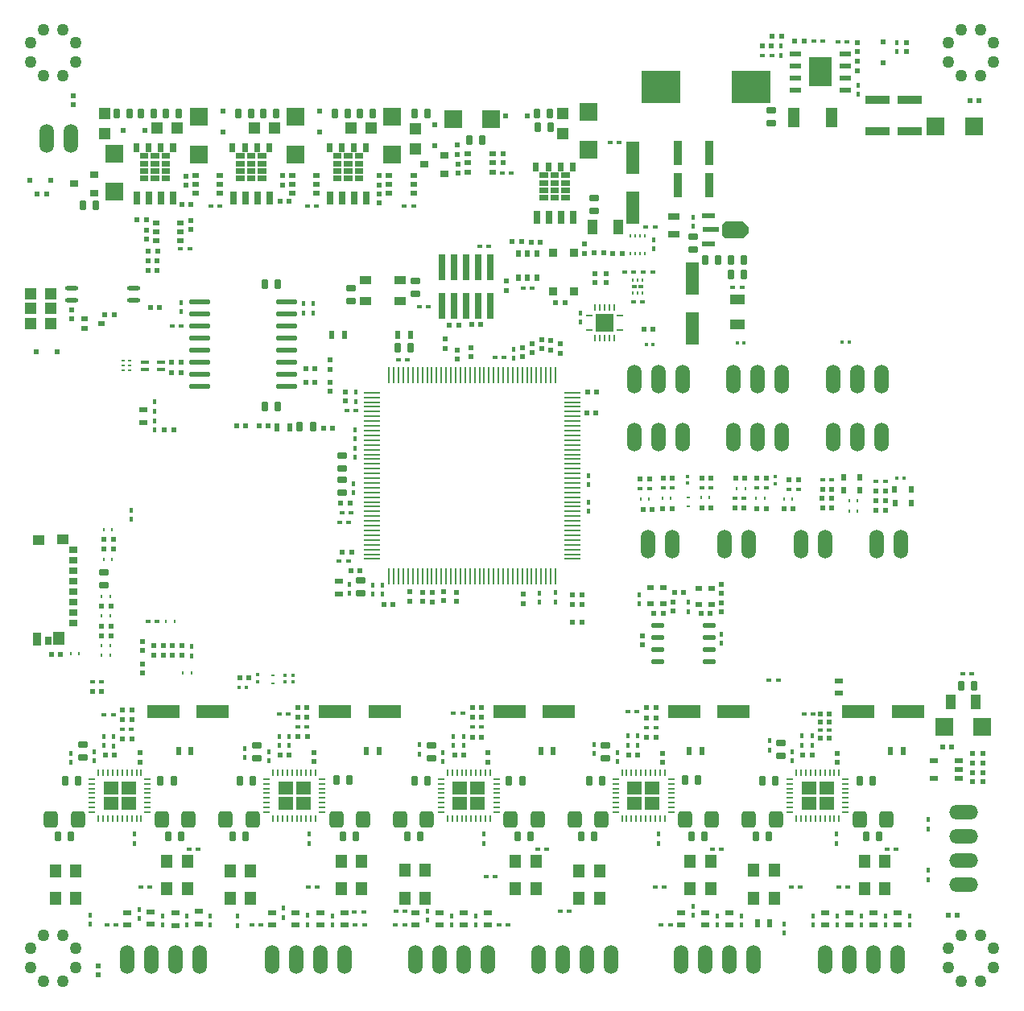
<source format=gtp>
G04*
G04 #@! TF.GenerationSoftware,Altium Limited,Altium Designer,18.1.9 (240)*
G04*
G04 Layer_Color=8421504*
%FSLAX25Y25*%
%MOIN*%
G70*
G01*
G75*
%ADD42O,0.05900X0.11900*%
%ADD43R,0.06181X0.05276*%
%ADD44O,0.11900X0.05900*%
%ADD45R,0.02359X0.01181*%
%ADD46R,0.01201X0.01024*%
%ADD47R,0.01454X0.01454*%
G04:AMPARAMS|DCode=48|XSize=20mil|YSize=22mil|CornerRadius=3.4mil|HoleSize=0mil|Usage=FLASHONLY|Rotation=180.000|XOffset=0mil|YOffset=0mil|HoleType=Round|Shape=RoundedRectangle|*
%AMROUNDEDRECTD48*
21,1,0.02000,0.01520,0,0,180.0*
21,1,0.01320,0.02200,0,0,180.0*
1,1,0.00680,-0.00660,0.00760*
1,1,0.00680,0.00660,0.00760*
1,1,0.00680,0.00660,-0.00760*
1,1,0.00680,-0.00660,-0.00760*
%
%ADD48ROUNDEDRECTD48*%
%ADD49R,0.01454X0.01454*%
%ADD50R,0.00984X0.01378*%
G04:AMPARAMS|DCode=51|XSize=20mil|YSize=22mil|CornerRadius=3.4mil|HoleSize=0mil|Usage=FLASHONLY|Rotation=90.000|XOffset=0mil|YOffset=0mil|HoleType=Round|Shape=RoundedRectangle|*
%AMROUNDEDRECTD51*
21,1,0.02000,0.01520,0,0,90.0*
21,1,0.01320,0.02200,0,0,90.0*
1,1,0.00680,0.00760,0.00660*
1,1,0.00680,0.00760,-0.00660*
1,1,0.00680,-0.00760,-0.00660*
1,1,0.00680,-0.00760,0.00660*
%
%ADD51ROUNDEDRECTD51*%
%ADD52R,0.02438X0.03265*%
%ADD53R,0.03737X0.01965*%
%ADD54R,0.02600X0.05400*%
%ADD55R,0.05312X0.13186*%
%ADD56R,0.03343X0.05312*%
%ADD57R,0.02531X0.03737*%
%ADD58R,0.04524X0.05509*%
%ADD59R,0.04524X0.04328*%
%ADD60R,0.04524X0.03934*%
%ADD61R,0.03737X0.02556*%
%ADD62R,0.07700X0.07700*%
%ADD63O,0.05706X0.02162*%
%ADD64C,0.05000*%
%ADD65R,0.02753X0.10824*%
%ADD66R,0.00902X0.01375*%
%ADD67O,0.00781X0.06887*%
%ADD68O,0.06887X0.00781*%
%ADD69R,0.04524X0.03343*%
%ADD70O,0.08855X0.02162*%
G04:AMPARAMS|DCode=71|XSize=27.13mil|YSize=37.37mil|CornerRadius=4.83mil|HoleSize=0mil|Usage=FLASHONLY|Rotation=0.000|XOffset=0mil|YOffset=0mil|HoleType=Round|Shape=RoundedRectangle|*
%AMROUNDEDRECTD71*
21,1,0.02713,0.02772,0,0,0.0*
21,1,0.01748,0.03737,0,0,0.0*
1,1,0.00965,0.00874,-0.01386*
1,1,0.00965,-0.00874,-0.01386*
1,1,0.00965,-0.00874,0.01386*
1,1,0.00965,0.00874,0.01386*
%
%ADD71ROUNDEDRECTD71*%
%ADD72R,0.04600X0.04600*%
%ADD73R,0.04600X0.04600*%
%ADD74R,0.01965X0.01769*%
%ADD75R,0.04131X0.06493*%
G04:AMPARAMS|DCode=76|XSize=27.13mil|YSize=37.37mil|CornerRadius=4.83mil|HoleSize=0mil|Usage=FLASHONLY|Rotation=90.000|XOffset=0mil|YOffset=0mil|HoleType=Round|Shape=RoundedRectangle|*
%AMROUNDEDRECTD76*
21,1,0.02713,0.02772,0,0,90.0*
21,1,0.01748,0.03737,0,0,90.0*
1,1,0.00965,0.01386,0.00874*
1,1,0.00965,0.01386,-0.00874*
1,1,0.00965,-0.01386,-0.00874*
1,1,0.00965,-0.01386,0.00874*
%
%ADD76ROUNDEDRECTD76*%
%ADD77R,0.02162X0.03147*%
%ADD78R,0.03400X0.03000*%
%ADD79R,0.03737X0.03343*%
%ADD80R,0.03343X0.01375*%
%ADD81R,0.02200X0.02200*%
%ADD82O,0.00902X0.02950*%
%ADD83O,0.02950X0.00902*%
%ADD84R,0.07800X0.07800*%
%ADD85R,0.13186X0.05312*%
%ADD86R,0.02162X0.02950*%
G04:AMPARAMS|DCode=87|XSize=61mil|YSize=69mil|CornerRadius=14.75mil|HoleSize=0mil|Usage=FLASHONLY|Rotation=0.000|XOffset=0mil|YOffset=0mil|HoleType=Round|Shape=RoundedRectangle|*
%AMROUNDEDRECTD87*
21,1,0.06100,0.03950,0,0,0.0*
21,1,0.03150,0.06900,0,0,0.0*
1,1,0.02950,0.01575,-0.01975*
1,1,0.02950,-0.01575,-0.01975*
1,1,0.02950,-0.01575,0.01975*
1,1,0.02950,0.01575,0.01975*
%
%ADD87ROUNDEDRECTD87*%
%ADD88O,0.03147X0.00784*%
%ADD89O,0.00784X0.03147*%
%ADD90R,0.02950X0.01965*%
%ADD91O,0.05509X0.01965*%
%ADD92R,0.03265X0.02438*%
%ADD93R,0.04918X0.05312*%
%ADD94R,0.10430X0.03540*%
%ADD95R,0.04800X0.08100*%
%ADD96R,0.15942X0.13580*%
%ADD97R,0.09249X0.12005*%
%ADD98R,0.04721X0.01965*%
%ADD99R,0.04721X0.02950*%
%ADD100R,0.05312X0.02162*%
%ADD101R,0.06887X0.02162*%
%ADD102R,0.00784X0.01769*%
%ADD103R,0.01378X0.00984*%
%ADD104R,0.03540X0.10430*%
%ADD105R,0.02950X0.02162*%
%ADD106R,0.02200X0.02200*%
%ADD107R,0.03147X0.02162*%
%ADD108R,0.06493X0.04131*%
%ADD109R,0.07700X0.07700*%
%ADD110R,0.01769X0.01965*%
G36*
X65811Y348884D02*
X63449D01*
Y352427D01*
X65811D01*
Y348884D01*
D02*
G37*
G36*
X60693D02*
X58331D01*
Y352427D01*
X60693D01*
Y348884D01*
D02*
G37*
G36*
X55673D02*
X53311D01*
Y352427D01*
X55673D01*
Y348884D01*
D02*
G37*
G36*
X50555D02*
X48193D01*
Y352427D01*
X50555D01*
Y348884D01*
D02*
G37*
G36*
X63449Y345931D02*
X59905D01*
Y348293D01*
X63449D01*
Y345931D01*
D02*
G37*
G36*
X58921D02*
X55378D01*
Y348293D01*
X58921D01*
Y345931D01*
D02*
G37*
G36*
X54394D02*
X50850D01*
Y348293D01*
X54394D01*
Y345931D01*
D02*
G37*
G36*
X63449Y342880D02*
X59905D01*
Y345242D01*
X63449D01*
Y342880D01*
D02*
G37*
G36*
X58921D02*
X55378D01*
Y345242D01*
X58921D01*
Y342880D01*
D02*
G37*
G36*
X54394D02*
X50850D01*
Y345242D01*
X54394D01*
Y342880D01*
D02*
G37*
G36*
X63449Y339730D02*
X59905D01*
Y342092D01*
X63449D01*
Y339730D01*
D02*
G37*
G36*
X58921D02*
X55378D01*
Y342092D01*
X58921D01*
Y339730D01*
D02*
G37*
G36*
X54394D02*
X50850D01*
Y342092D01*
X54394D01*
Y339730D01*
D02*
G37*
G36*
X63449Y336679D02*
X59905D01*
Y339041D01*
X63449D01*
Y336679D01*
D02*
G37*
G36*
X58921D02*
X55378D01*
Y339041D01*
X58921D01*
Y336679D01*
D02*
G37*
G36*
X54394D02*
X50850D01*
Y339041D01*
X54394D01*
Y336679D01*
D02*
G37*
G36*
X105661Y348884D02*
X103299D01*
Y352427D01*
X105661D01*
Y348884D01*
D02*
G37*
G36*
X100543D02*
X98181D01*
Y352427D01*
X100543D01*
Y348884D01*
D02*
G37*
G36*
X95524D02*
X93161D01*
Y352427D01*
X95524D01*
Y348884D01*
D02*
G37*
G36*
X90405D02*
X88043D01*
Y352427D01*
X90405D01*
Y348884D01*
D02*
G37*
G36*
X103299Y345931D02*
X99756D01*
Y348293D01*
X103299D01*
Y345931D01*
D02*
G37*
G36*
X98772D02*
X95228D01*
Y348293D01*
X98772D01*
Y345931D01*
D02*
G37*
G36*
X94244D02*
X90701D01*
Y348293D01*
X94244D01*
Y345931D01*
D02*
G37*
G36*
X103299Y342880D02*
X99756D01*
Y345242D01*
X103299D01*
Y342880D01*
D02*
G37*
G36*
X98772D02*
X95228D01*
Y345242D01*
X98772D01*
Y342880D01*
D02*
G37*
G36*
X94244D02*
X90701D01*
Y345242D01*
X94244D01*
Y342880D01*
D02*
G37*
G36*
X103299Y339730D02*
X99756D01*
Y342092D01*
X103299D01*
Y339730D01*
D02*
G37*
G36*
X98772D02*
X95228D01*
Y342092D01*
X98772D01*
Y339730D01*
D02*
G37*
G36*
X94244D02*
X90701D01*
Y342092D01*
X94244D01*
Y339730D01*
D02*
G37*
G36*
X103299Y336679D02*
X99756D01*
Y339041D01*
X103299D01*
Y336679D01*
D02*
G37*
G36*
X98772D02*
X95228D01*
Y339041D01*
X98772D01*
Y336679D01*
D02*
G37*
G36*
X94244D02*
X90701D01*
Y339041D01*
X94244D01*
Y336679D01*
D02*
G37*
G36*
X145761Y348884D02*
X143399D01*
Y352427D01*
X145761D01*
Y348884D01*
D02*
G37*
G36*
X140643D02*
X138281D01*
Y352427D01*
X140643D01*
Y348884D01*
D02*
G37*
G36*
X135624D02*
X133261D01*
Y352427D01*
X135624D01*
Y348884D01*
D02*
G37*
G36*
X130506D02*
X128143D01*
Y352427D01*
X130506D01*
Y348884D01*
D02*
G37*
G36*
X143399Y345931D02*
X139856D01*
Y348293D01*
X143399D01*
Y345931D01*
D02*
G37*
G36*
X138872D02*
X135328D01*
Y348293D01*
X138872D01*
Y345931D01*
D02*
G37*
G36*
X134344D02*
X130801D01*
Y348293D01*
X134344D01*
Y345931D01*
D02*
G37*
G36*
X143399Y342880D02*
X139856D01*
Y345242D01*
X143399D01*
Y342880D01*
D02*
G37*
G36*
X138872D02*
X135328D01*
Y345242D01*
X138872D01*
Y342880D01*
D02*
G37*
G36*
X134344D02*
X130801D01*
Y345242D01*
X134344D01*
Y342880D01*
D02*
G37*
G36*
X216055Y340884D02*
X213693D01*
Y344427D01*
X216055D01*
Y340884D01*
D02*
G37*
G36*
X143399Y339730D02*
X139856D01*
Y342092D01*
X143399D01*
Y339730D01*
D02*
G37*
G36*
X138872D02*
X135328D01*
Y342092D01*
X138872D01*
Y339730D01*
D02*
G37*
G36*
X134344D02*
X130801D01*
Y342092D01*
X134344D01*
Y339730D01*
D02*
G37*
G36*
X143399Y336679D02*
X139856D01*
Y339041D01*
X143399D01*
Y336679D01*
D02*
G37*
G36*
X138872D02*
X135328D01*
Y339041D01*
X138872D01*
Y336679D01*
D02*
G37*
G36*
X134344D02*
X130801D01*
Y339041D01*
X134344D01*
Y336679D01*
D02*
G37*
G36*
X231311Y340884D02*
X228949D01*
Y344427D01*
X231311D01*
Y340884D01*
D02*
G37*
G36*
X226193D02*
X223831D01*
Y344427D01*
X226193D01*
Y340884D01*
D02*
G37*
G36*
X221173D02*
X218811D01*
Y344427D01*
X221173D01*
Y340884D01*
D02*
G37*
G36*
X228949Y337931D02*
X225406D01*
Y340293D01*
X228949D01*
Y337931D01*
D02*
G37*
G36*
X224421D02*
X220878D01*
Y340293D01*
X224421D01*
Y337931D01*
D02*
G37*
G36*
X219894D02*
X216350D01*
Y340293D01*
X219894D01*
Y337931D01*
D02*
G37*
G36*
X228949Y334880D02*
X225406D01*
Y337242D01*
X228949D01*
Y334880D01*
D02*
G37*
G36*
X224421D02*
X220878D01*
Y337242D01*
X224421D01*
Y334880D01*
D02*
G37*
G36*
X219894D02*
X216350D01*
Y337242D01*
X219894D01*
Y334880D01*
D02*
G37*
G36*
X228949Y331730D02*
X225406D01*
Y334092D01*
X228949D01*
Y331730D01*
D02*
G37*
G36*
X224421D02*
X220878D01*
Y334092D01*
X224421D01*
Y331730D01*
D02*
G37*
G36*
X219894D02*
X216350D01*
Y334092D01*
X219894D01*
Y331730D01*
D02*
G37*
G36*
X228949Y328679D02*
X225406D01*
Y331041D01*
X228949D01*
Y328679D01*
D02*
G37*
G36*
X224421D02*
X220878D01*
Y331041D01*
X224421D01*
Y328679D01*
D02*
G37*
G36*
X219894D02*
X216350D01*
Y331041D01*
X219894D01*
Y328679D01*
D02*
G37*
G36*
X303053Y317834D02*
X303053Y315434D01*
X300753Y313134D01*
X293253Y313134D01*
X291853Y314534D01*
X291852Y318734D01*
X293252Y320134D01*
X300753Y320134D01*
X303053Y317834D01*
D02*
G37*
G54D42*
X265700Y230900D02*
D03*
X255700D02*
D03*
X275700D02*
D03*
X293000Y186300D02*
D03*
X303000D02*
D03*
X354500Y14500D02*
D03*
X364500D02*
D03*
X344500D02*
D03*
X334500D02*
D03*
X22400Y354500D02*
D03*
X12400D02*
D03*
X357800Y230900D02*
D03*
X337800D02*
D03*
X347800D02*
D03*
X316750D02*
D03*
X296750D02*
D03*
X306750D02*
D03*
X337800Y254900D02*
D03*
X357800D02*
D03*
X347800D02*
D03*
X296750D02*
D03*
X316750D02*
D03*
X306750D02*
D03*
X255700D02*
D03*
X275700D02*
D03*
X265700D02*
D03*
X365800Y186300D02*
D03*
X355800D02*
D03*
X334500D02*
D03*
X324500D02*
D03*
X271300D02*
D03*
X261300D02*
D03*
X275000Y14500D02*
D03*
X285000D02*
D03*
X305000D02*
D03*
X295000D02*
D03*
X216000D02*
D03*
X226000D02*
D03*
X246000D02*
D03*
X236000D02*
D03*
X165000D02*
D03*
X175000D02*
D03*
X195000D02*
D03*
X185000D02*
D03*
X105500D02*
D03*
X115500D02*
D03*
X135500D02*
D03*
X125500D02*
D03*
X45500D02*
D03*
X55500D02*
D03*
X75500D02*
D03*
X65500D02*
D03*
G54D43*
X190756Y79032D02*
D03*
X183388Y85493D02*
D03*
X183390Y79036D02*
D03*
X190757Y85492D02*
D03*
X46269D02*
D03*
X38902Y79036D02*
D03*
X38900Y85493D02*
D03*
X46268Y79032D02*
D03*
X263000D02*
D03*
X255632Y85493D02*
D03*
X255635Y79036D02*
D03*
X263001Y85492D02*
D03*
X335245D02*
D03*
X327879Y79036D02*
D03*
X327876Y85493D02*
D03*
X335244Y79032D02*
D03*
X118512D02*
D03*
X111144Y85493D02*
D03*
X111146Y79036D02*
D03*
X118513Y85492D02*
D03*
G54D44*
X391800Y45500D02*
D03*
Y55500D02*
D03*
Y75500D02*
D03*
Y65500D02*
D03*
G54D45*
X258444Y293060D02*
D03*
X255685D02*
D03*
G54D46*
X43971Y262249D02*
D03*
X43971Y260281D02*
D03*
Y258313D02*
D03*
X46627Y258313D02*
D03*
Y260281D02*
D03*
X46627Y262249D02*
D03*
G54D47*
X114161Y129469D02*
D03*
Y132225D02*
D03*
X110913Y129469D02*
D03*
Y132225D02*
D03*
X99496Y129567D02*
D03*
Y132323D02*
D03*
X314004Y214291D02*
D03*
Y211536D02*
D03*
X277783Y214488D02*
D03*
Y211732D02*
D03*
G54D48*
X95973Y131142D02*
D03*
X92183D02*
D03*
X151839Y161260D02*
D03*
X155628D02*
D03*
X387000Y102348D02*
D03*
X383210D02*
D03*
X389290Y32800D02*
D03*
X385500D02*
D03*
X12154Y331319D02*
D03*
X8364D02*
D03*
X398248Y370063D02*
D03*
X394458D02*
D03*
X61028Y233776D02*
D03*
X64818D02*
D03*
X31181Y125295D02*
D03*
X34971D02*
D03*
X325854Y394685D02*
D03*
X322065D02*
D03*
X246710Y306848D02*
D03*
X250500D02*
D03*
X138491Y183198D02*
D03*
X134702D02*
D03*
X336447Y106004D02*
D03*
X332658D02*
D03*
X240000Y249400D02*
D03*
X236210D02*
D03*
X137800Y203248D02*
D03*
X134010D02*
D03*
X90800Y235400D02*
D03*
X94590D02*
D03*
X104000D02*
D03*
X100210D02*
D03*
X235824Y240866D02*
D03*
X239614D02*
D03*
X336447Y112697D02*
D03*
X332658D02*
D03*
X230015Y161426D02*
D03*
X233805D02*
D03*
X233814Y165399D02*
D03*
X230024D02*
D03*
X229995Y153946D02*
D03*
X233785D02*
D03*
X287306Y213888D02*
D03*
X283516D02*
D03*
X276052Y166522D02*
D03*
X272262D02*
D03*
X223100Y286400D02*
D03*
X226890D02*
D03*
X138305Y175413D02*
D03*
X142095D02*
D03*
X36000Y188448D02*
D03*
X39790D02*
D03*
X36000Y184348D02*
D03*
X39790D02*
D03*
X35101Y160748D02*
D03*
X38891D02*
D03*
X38900Y148548D02*
D03*
X35110D02*
D03*
X38900Y152548D02*
D03*
X35110D02*
D03*
X297596Y213859D02*
D03*
X301385D02*
D03*
X54314Y299594D02*
D03*
X58104D02*
D03*
X54316Y303700D02*
D03*
X58105D02*
D03*
X108856Y328366D02*
D03*
X112646D02*
D03*
X68203Y327092D02*
D03*
X71993D02*
D03*
X58133Y307690D02*
D03*
X54343D02*
D03*
X64100Y257300D02*
D03*
X67890D02*
D03*
X64100Y261700D02*
D03*
X67890D02*
D03*
X119600Y259000D02*
D03*
X123390D02*
D03*
X119500Y253500D02*
D03*
X123290D02*
D03*
X130600Y234300D02*
D03*
X126810D02*
D03*
X208900Y311648D02*
D03*
X205110D02*
D03*
X259600Y275548D02*
D03*
X263390D02*
D03*
X271227Y201181D02*
D03*
X267437D02*
D03*
X271248Y213760D02*
D03*
X267458D02*
D03*
X263075Y200603D02*
D03*
X259286D02*
D03*
X49700Y320600D02*
D03*
X53490D02*
D03*
X310136Y201046D02*
D03*
X306346D02*
D03*
X297242Y201398D02*
D03*
X301031D02*
D03*
X287294Y201515D02*
D03*
X283504D02*
D03*
X36600Y98948D02*
D03*
X40390D02*
D03*
X47500Y113648D02*
D03*
X43710D02*
D03*
X188500Y118748D02*
D03*
X192290D02*
D03*
X116300Y118848D02*
D03*
X120090D02*
D03*
X14269Y140866D02*
D03*
X18059D02*
D03*
X43700Y117748D02*
D03*
X47490D02*
D03*
X261873Y213554D02*
D03*
X258083D02*
D03*
X212900Y311448D02*
D03*
X216690D02*
D03*
X188300Y277300D02*
D03*
X192090D02*
D03*
X182900Y277200D02*
D03*
X179110D02*
D03*
X267452Y157870D02*
D03*
X263662D02*
D03*
X260700Y118748D02*
D03*
X264490D02*
D03*
X264500Y114548D02*
D03*
X260710D02*
D03*
X264500Y106348D02*
D03*
X260710D02*
D03*
X253200Y99148D02*
D03*
X256990D02*
D03*
X323552Y213216D02*
D03*
X319762D02*
D03*
X321442Y201048D02*
D03*
X317652D02*
D03*
X286967Y157894D02*
D03*
X283177D02*
D03*
X332647Y116043D02*
D03*
X336437D02*
D03*
X333442Y205335D02*
D03*
X337232D02*
D03*
X337262Y209173D02*
D03*
X333472D02*
D03*
X333462Y201398D02*
D03*
X337252D02*
D03*
X355706Y204449D02*
D03*
X359496D02*
D03*
X359506Y208386D02*
D03*
X355716D02*
D03*
X355706Y200413D02*
D03*
X359496D02*
D03*
X325400Y99148D02*
D03*
X329190D02*
D03*
X47500Y105748D02*
D03*
X43710D02*
D03*
X120100Y114748D02*
D03*
X116310D02*
D03*
X120200Y106648D02*
D03*
X116410D02*
D03*
X108900Y99048D02*
D03*
X112690D02*
D03*
X192300Y114648D02*
D03*
X188510D02*
D03*
X192400Y106548D02*
D03*
X188610D02*
D03*
X181200Y99048D02*
D03*
X184990D02*
D03*
X40156Y281414D02*
D03*
X36366D02*
D03*
X55314Y284264D02*
D03*
X59104D02*
D03*
X310174Y213822D02*
D03*
X306384D02*
D03*
X316514Y396850D02*
D03*
X312724D02*
D03*
X312435Y392818D02*
D03*
X308645D02*
D03*
X239000Y306948D02*
D03*
X242790D02*
D03*
G54D49*
X94870Y127106D02*
D03*
X92114D02*
D03*
X263386Y269114D02*
D03*
X260630D02*
D03*
X298130Y269606D02*
D03*
X300886D02*
D03*
X344488Y270197D02*
D03*
X341732D02*
D03*
X367154Y213701D02*
D03*
X364398D02*
D03*
G54D50*
X61701Y154567D02*
D03*
X65244D02*
D03*
X72232Y133012D02*
D03*
X68689D02*
D03*
X286697Y205724D02*
D03*
X283153D02*
D03*
X301539Y209574D02*
D03*
X297996D02*
D03*
X309547Y205369D02*
D03*
X306004D02*
D03*
X267163Y205496D02*
D03*
X270706D02*
D03*
X261703Y205117D02*
D03*
X258160D02*
D03*
X39372Y180241D02*
D03*
X35828D02*
D03*
X35028Y164748D02*
D03*
X38572D02*
D03*
Y140477D02*
D03*
X35028D02*
D03*
Y156648D02*
D03*
X38572D02*
D03*
Y144548D02*
D03*
X35028D02*
D03*
X317466Y205059D02*
D03*
X321010D02*
D03*
X348059Y200118D02*
D03*
X344516D02*
D03*
Y204252D02*
D03*
X348059D02*
D03*
X25750Y141053D02*
D03*
X22207D02*
D03*
X35828Y192448D02*
D03*
X39372D02*
D03*
G54D51*
X181976Y162717D02*
D03*
Y166506D02*
D03*
X162784Y166595D02*
D03*
Y162805D02*
D03*
X395700Y99648D02*
D03*
Y95858D02*
D03*
X395600Y88048D02*
D03*
Y91838D02*
D03*
X400000Y88058D02*
D03*
Y91848D02*
D03*
X33500Y8110D02*
D03*
Y11900D02*
D03*
X23400Y372190D02*
D03*
Y368400D02*
D03*
X399900Y95848D02*
D03*
Y99638D02*
D03*
X225100Y269338D02*
D03*
Y265548D02*
D03*
X258861Y144642D02*
D03*
Y148432D02*
D03*
X52016Y142391D02*
D03*
Y146181D02*
D03*
X60567Y140500D02*
D03*
Y144290D02*
D03*
X176779Y162923D02*
D03*
Y166713D02*
D03*
X64433Y140500D02*
D03*
Y144290D02*
D03*
X68300Y140500D02*
D03*
Y144290D02*
D03*
X56700Y144300D02*
D03*
Y140510D02*
D03*
X167803Y166408D02*
D03*
Y162618D02*
D03*
X213400Y269448D02*
D03*
Y265658D02*
D03*
X221000Y266848D02*
D03*
Y270638D02*
D03*
X217300Y271148D02*
D03*
Y267358D02*
D03*
X209693Y165680D02*
D03*
Y161890D02*
D03*
X182429Y266861D02*
D03*
Y263071D02*
D03*
X187875Y267887D02*
D03*
Y264097D02*
D03*
X171894Y166309D02*
D03*
Y162520D02*
D03*
X291683Y162170D02*
D03*
Y158381D02*
D03*
X368413Y394195D02*
D03*
Y390406D02*
D03*
X209400Y264048D02*
D03*
Y267838D02*
D03*
X69801Y335114D02*
D03*
Y338903D02*
D03*
X136000Y245600D02*
D03*
Y249390D02*
D03*
X129500Y258900D02*
D03*
Y262690D02*
D03*
Y253400D02*
D03*
Y249610D02*
D03*
X72100Y316700D02*
D03*
Y320490D02*
D03*
X53600Y316400D02*
D03*
Y312610D02*
D03*
X239319Y294655D02*
D03*
Y298445D02*
D03*
X150000Y331400D02*
D03*
Y327610D02*
D03*
X182400Y347900D02*
D03*
Y351690D02*
D03*
X182500Y343900D02*
D03*
Y340110D02*
D03*
X201400Y344400D02*
D03*
Y348190D02*
D03*
X109902Y335206D02*
D03*
Y338996D02*
D03*
X149900Y335200D02*
D03*
Y338990D02*
D03*
X244043Y294655D02*
D03*
Y298445D02*
D03*
X202452Y295355D02*
D03*
Y291565D02*
D03*
X177409Y271290D02*
D03*
Y267500D02*
D03*
X271652Y162412D02*
D03*
Y158622D02*
D03*
X267126Y99735D02*
D03*
Y95945D02*
D03*
X291661Y169833D02*
D03*
Y166043D02*
D03*
X339567Y99833D02*
D03*
Y96043D02*
D03*
X50984Y100030D02*
D03*
Y96240D02*
D03*
X123031Y100227D02*
D03*
Y96437D02*
D03*
X195079Y99951D02*
D03*
Y96161D02*
D03*
X52016Y133041D02*
D03*
Y136831D02*
D03*
X22567Y279679D02*
D03*
Y283469D02*
D03*
X347835Y382518D02*
D03*
Y386308D02*
D03*
Y390318D02*
D03*
Y394108D02*
D03*
X235000Y306848D02*
D03*
Y310638D02*
D03*
G54D52*
X366791Y100886D02*
D03*
X361555D02*
D03*
X283622Y100886D02*
D03*
X278386D02*
D03*
X144724Y100787D02*
D03*
X149961D02*
D03*
X66870Y100886D02*
D03*
X72106D02*
D03*
X162818Y273100D02*
D03*
X157582D02*
D03*
X306535Y29331D02*
D03*
X311772D02*
D03*
X135605Y273093D02*
D03*
X130369D02*
D03*
X216870Y100787D02*
D03*
X222106D02*
D03*
X112842Y234607D02*
D03*
X107606D02*
D03*
G54D53*
X390115Y89408D02*
D03*
Y93148D02*
D03*
Y96888D02*
D03*
X379485D02*
D03*
Y89408D02*
D03*
G54D54*
X144600Y329661D02*
D03*
X139600D02*
D03*
X134600D02*
D03*
X129600D02*
D03*
X104500D02*
D03*
X99500D02*
D03*
X94500D02*
D03*
X89500D02*
D03*
X230150Y321661D02*
D03*
X225150D02*
D03*
X220150D02*
D03*
X215150D02*
D03*
X64650Y329661D02*
D03*
X59650D02*
D03*
X54650D02*
D03*
X49650D02*
D03*
G54D55*
X255100Y325812D02*
D03*
Y346284D02*
D03*
X279700Y275864D02*
D03*
Y296336D02*
D03*
G54D56*
X8269Y147146D02*
D03*
G54D57*
X12796Y146359D02*
D03*
G54D58*
X17324Y147245D02*
D03*
G54D59*
X8859Y188190D02*
D03*
G54D60*
X19056Y188387D02*
D03*
G54D61*
X23190Y153642D02*
D03*
Y157973D02*
D03*
Y162304D02*
D03*
Y166635D02*
D03*
Y170965D02*
D03*
Y175296D02*
D03*
Y179627D02*
D03*
Y183958D02*
D03*
G54D62*
X380362Y359547D02*
D03*
X396136D02*
D03*
X196274Y362448D02*
D03*
X180500D02*
D03*
X399600Y110648D02*
D03*
X383826D02*
D03*
G54D63*
X265354Y152776D02*
D03*
Y147776D02*
D03*
Y142776D02*
D03*
Y137776D02*
D03*
X286614Y152776D02*
D03*
Y147776D02*
D03*
Y142776D02*
D03*
Y137776D02*
D03*
G54D64*
X398937Y5551D02*
D03*
X391063D02*
D03*
X385551Y11063D02*
D03*
Y18937D02*
D03*
X391063Y24449D02*
D03*
X398937D02*
D03*
X404449Y18937D02*
D03*
Y11063D02*
D03*
X24449D02*
D03*
Y18937D02*
D03*
X18937Y24449D02*
D03*
X11063D02*
D03*
X5551Y18937D02*
D03*
Y11063D02*
D03*
X11063Y5551D02*
D03*
X18937D02*
D03*
X24449Y386063D02*
D03*
Y393937D02*
D03*
X18937Y399449D02*
D03*
X11063D02*
D03*
X5551Y393937D02*
D03*
Y386063D02*
D03*
X11063Y380551D02*
D03*
X18937D02*
D03*
X404449Y386063D02*
D03*
Y393937D02*
D03*
X398937Y399449D02*
D03*
X391063D02*
D03*
X385551Y393937D02*
D03*
Y386063D02*
D03*
X391063Y380551D02*
D03*
X398937D02*
D03*
G54D65*
X195900Y301092D02*
D03*
Y285108D02*
D03*
X190900Y301092D02*
D03*
Y285108D02*
D03*
X185900Y301092D02*
D03*
Y285108D02*
D03*
X180900Y301092D02*
D03*
Y285108D02*
D03*
X175900Y301092D02*
D03*
Y285108D02*
D03*
G54D66*
X255096Y295619D02*
D03*
X257065D02*
D03*
X259033D02*
D03*
Y290501D02*
D03*
X257065D02*
D03*
X255096D02*
D03*
G54D67*
X222949Y256246D02*
D03*
X220980D02*
D03*
X219012D02*
D03*
X217043D02*
D03*
X215075D02*
D03*
X213106D02*
D03*
X211138D02*
D03*
X209169D02*
D03*
X207201D02*
D03*
X205232D02*
D03*
X203264D02*
D03*
X201295D02*
D03*
X199327D02*
D03*
X197358D02*
D03*
X195390D02*
D03*
X193421D02*
D03*
X191453D02*
D03*
X189484D02*
D03*
X187516D02*
D03*
X185547D02*
D03*
X183579D02*
D03*
X181610D02*
D03*
X179642D02*
D03*
X177673D02*
D03*
X175705D02*
D03*
X173736D02*
D03*
X171768D02*
D03*
X169799D02*
D03*
X167831D02*
D03*
X165862D02*
D03*
X163894D02*
D03*
X161925D02*
D03*
X159957D02*
D03*
X157988D02*
D03*
X156020D02*
D03*
X154051D02*
D03*
Y173175D02*
D03*
X156020D02*
D03*
X157988D02*
D03*
X159957D02*
D03*
X161925D02*
D03*
X163894D02*
D03*
X165862D02*
D03*
X167831D02*
D03*
X169799D02*
D03*
X171768D02*
D03*
X173736D02*
D03*
X175705D02*
D03*
X177673D02*
D03*
X179642D02*
D03*
X181610D02*
D03*
X183579D02*
D03*
X185547D02*
D03*
X187516D02*
D03*
X189484D02*
D03*
X191453D02*
D03*
X193421D02*
D03*
X195390D02*
D03*
X197358D02*
D03*
X199327D02*
D03*
X201295D02*
D03*
X203264D02*
D03*
X205232D02*
D03*
X207201D02*
D03*
X209169D02*
D03*
X211138D02*
D03*
X213106D02*
D03*
X215075D02*
D03*
X217043D02*
D03*
X219012D02*
D03*
X220980D02*
D03*
X222949D02*
D03*
G54D68*
X146965Y249159D02*
D03*
Y247190D02*
D03*
Y245222D02*
D03*
Y243253D02*
D03*
Y241285D02*
D03*
Y239317D02*
D03*
Y237348D02*
D03*
Y235380D02*
D03*
Y233411D02*
D03*
Y231442D02*
D03*
Y229474D02*
D03*
Y227505D02*
D03*
Y225537D02*
D03*
Y223569D02*
D03*
Y221600D02*
D03*
Y219632D02*
D03*
Y217663D02*
D03*
Y215694D02*
D03*
Y213726D02*
D03*
Y211757D02*
D03*
Y209789D02*
D03*
Y207821D02*
D03*
Y205852D02*
D03*
Y203884D02*
D03*
Y201915D02*
D03*
Y199946D02*
D03*
Y197978D02*
D03*
Y196009D02*
D03*
Y194041D02*
D03*
Y192072D02*
D03*
Y190104D02*
D03*
Y188135D02*
D03*
Y186167D02*
D03*
Y184198D02*
D03*
Y182230D02*
D03*
Y180261D02*
D03*
X230035D02*
D03*
Y182230D02*
D03*
Y184198D02*
D03*
Y186167D02*
D03*
Y188135D02*
D03*
Y190104D02*
D03*
Y192072D02*
D03*
Y194041D02*
D03*
Y196009D02*
D03*
Y197978D02*
D03*
Y199946D02*
D03*
Y201915D02*
D03*
Y203884D02*
D03*
Y205852D02*
D03*
Y207821D02*
D03*
Y209789D02*
D03*
Y211757D02*
D03*
Y213726D02*
D03*
Y215694D02*
D03*
Y217663D02*
D03*
Y219632D02*
D03*
Y221600D02*
D03*
Y223569D02*
D03*
Y225537D02*
D03*
Y227505D02*
D03*
Y229474D02*
D03*
Y231442D02*
D03*
Y233411D02*
D03*
Y235380D02*
D03*
Y237348D02*
D03*
Y239317D02*
D03*
Y241285D02*
D03*
Y243253D02*
D03*
Y245222D02*
D03*
Y247190D02*
D03*
Y249159D02*
D03*
G54D69*
X144214Y287016D02*
D03*
X158781D02*
D03*
Y295677D02*
D03*
X144214D02*
D03*
G54D70*
X75488Y286600D02*
D03*
Y281600D02*
D03*
Y276600D02*
D03*
Y271600D02*
D03*
Y266600D02*
D03*
Y261600D02*
D03*
Y256600D02*
D03*
Y251600D02*
D03*
X111512Y286600D02*
D03*
Y281600D02*
D03*
Y276600D02*
D03*
Y271600D02*
D03*
Y266600D02*
D03*
Y261600D02*
D03*
Y256600D02*
D03*
Y251600D02*
D03*
G54D71*
X46678Y364700D02*
D03*
X41323D02*
D03*
X351620Y65512D02*
D03*
X356974D02*
D03*
X300854Y304035D02*
D03*
X295500D02*
D03*
X290421Y304134D02*
D03*
X285067D02*
D03*
X282106Y88583D02*
D03*
X276752D02*
D03*
X164654Y88445D02*
D03*
X170008D02*
D03*
X209134Y88420D02*
D03*
X203779D02*
D03*
X166816Y65512D02*
D03*
X161462D02*
D03*
X92311Y88543D02*
D03*
X97665D02*
D03*
X137618Y88583D02*
D03*
X132264D02*
D03*
X94606Y65551D02*
D03*
X89252D02*
D03*
X134929Y65512D02*
D03*
X140284D02*
D03*
X305950Y65512D02*
D03*
X311305D02*
D03*
X108077Y243500D02*
D03*
X102723D02*
D03*
Y294100D02*
D03*
X108077D02*
D03*
X164523Y364700D02*
D03*
X169877D02*
D03*
X66877Y364700D02*
D03*
X61523D02*
D03*
X101822Y364700D02*
D03*
X107177D02*
D03*
X147177Y364699D02*
D03*
X141823D02*
D03*
X162889Y267755D02*
D03*
X157534D02*
D03*
X122471Y234948D02*
D03*
X117117D02*
D03*
X300977Y298036D02*
D03*
X295623D02*
D03*
X396158Y127752D02*
D03*
X390804D02*
D03*
X27123Y326700D02*
D03*
X32477D02*
D03*
X192477Y353800D02*
D03*
X187123D02*
D03*
X56777Y364700D02*
D03*
X51423D02*
D03*
X96977D02*
D03*
X91623D02*
D03*
X131723Y364700D02*
D03*
X137077D02*
D03*
X236799Y88543D02*
D03*
X242154D02*
D03*
X239061Y65512D02*
D03*
X233706D02*
D03*
X279376D02*
D03*
X284730D02*
D03*
X354153Y88484D02*
D03*
X348799D02*
D03*
X308723Y88448D02*
D03*
X314077D02*
D03*
X64803Y88386D02*
D03*
X59449D02*
D03*
X20067Y88543D02*
D03*
X25421D02*
D03*
X22362Y65551D02*
D03*
X17008D02*
D03*
X62677D02*
D03*
X68032D02*
D03*
X207132Y65512D02*
D03*
X212486D02*
D03*
X220677Y364699D02*
D03*
X215323D02*
D03*
X215722Y359148D02*
D03*
X221077D02*
D03*
G54D72*
X36300Y364700D02*
D03*
Y356366D02*
D03*
X225900Y364682D02*
D03*
Y356348D02*
D03*
X164976Y350198D02*
D03*
Y358531D02*
D03*
G54D73*
X14101Y290076D02*
D03*
X5768D02*
D03*
X14101Y277876D02*
D03*
X5768D02*
D03*
Y283976D02*
D03*
X14101D02*
D03*
X138200Y358900D02*
D03*
X146534D02*
D03*
X106634D02*
D03*
X98300D02*
D03*
X58100D02*
D03*
X66434D02*
D03*
G54D74*
X35000Y129248D02*
D03*
X31230D02*
D03*
X263200Y299100D02*
D03*
X259430D02*
D03*
X133400Y179356D02*
D03*
X137170D02*
D03*
X260400Y317848D02*
D03*
X264170D02*
D03*
X188500Y110648D02*
D03*
X192270D02*
D03*
X184470Y116448D02*
D03*
X180700D02*
D03*
X120070Y110848D02*
D03*
X116300D02*
D03*
X108500Y116048D02*
D03*
X112270D02*
D03*
X256670Y116948D02*
D03*
X252900D02*
D03*
X43600Y109748D02*
D03*
X47370D02*
D03*
X391611Y132852D02*
D03*
X395381D02*
D03*
X300200Y292823D02*
D03*
X296430D02*
D03*
X255300Y286900D02*
D03*
X259070D02*
D03*
X271244Y209716D02*
D03*
X267474D02*
D03*
X258081Y209476D02*
D03*
X261851D02*
D03*
X166604Y284862D02*
D03*
X170374D02*
D03*
X140370Y241600D02*
D03*
X136600D02*
D03*
X64200Y276600D02*
D03*
X67970D02*
D03*
X137370Y195448D02*
D03*
X133600D02*
D03*
X197900Y263648D02*
D03*
X201670D02*
D03*
X138270Y199348D02*
D03*
X134500D02*
D03*
X161600Y262800D02*
D03*
X157830D02*
D03*
X255270Y299200D02*
D03*
X251500D02*
D03*
X71494Y308687D02*
D03*
X67724D02*
D03*
X200900Y340000D02*
D03*
X204670D02*
D03*
X245500Y352648D02*
D03*
X249270D02*
D03*
X325856Y116043D02*
D03*
X329626D02*
D03*
X80177Y326476D02*
D03*
X83947D02*
D03*
X124105Y326575D02*
D03*
X120335D02*
D03*
X160450Y326300D02*
D03*
X164220D02*
D03*
X213279Y292547D02*
D03*
X209509D02*
D03*
X37160Y28600D02*
D03*
X40930D02*
D03*
X264470Y110548D02*
D03*
X260700D02*
D03*
X156800Y34548D02*
D03*
X160570D02*
D03*
X215647Y59961D02*
D03*
X219417D02*
D03*
X198031Y48622D02*
D03*
X194261D02*
D03*
X160500Y28700D02*
D03*
X156730D02*
D03*
X199600D02*
D03*
X203370D02*
D03*
X71258Y59961D02*
D03*
X75028D02*
D03*
X55020Y44291D02*
D03*
X51250D02*
D03*
X320571D02*
D03*
X324341D02*
D03*
X332647Y109350D02*
D03*
X336417D02*
D03*
X364004Y59961D02*
D03*
X360234D02*
D03*
X36100Y115648D02*
D03*
X39870D02*
D03*
X343962Y44252D02*
D03*
X340192D02*
D03*
X143534Y33957D02*
D03*
X139764D02*
D03*
X124409Y44390D02*
D03*
X120639D02*
D03*
X97200Y28800D02*
D03*
X100970D02*
D03*
X143864Y28775D02*
D03*
X140094D02*
D03*
X224900Y34348D02*
D03*
X228670D02*
D03*
X287891Y59961D02*
D03*
X291661D02*
D03*
X268012Y44291D02*
D03*
X264242D02*
D03*
X270500Y28800D02*
D03*
X266730D02*
D03*
X287288Y209754D02*
D03*
X283519D02*
D03*
X300984Y205549D02*
D03*
X297214D02*
D03*
X310178Y209590D02*
D03*
X306408D02*
D03*
X319770Y209074D02*
D03*
X323539D02*
D03*
X333492Y213110D02*
D03*
X337262D02*
D03*
X359512Y212474D02*
D03*
X355742D02*
D03*
X195304Y309607D02*
D03*
X191534D02*
D03*
X315185Y129941D02*
D03*
X311415D02*
D03*
X57906Y154448D02*
D03*
X54136D02*
D03*
X329939Y394685D02*
D03*
X333709D02*
D03*
X308709Y388878D02*
D03*
X312479D02*
D03*
X343778Y394488D02*
D03*
X340008D02*
D03*
G54D75*
X248816Y317648D02*
D03*
X238384D02*
D03*
X396897Y120952D02*
D03*
X386464D02*
D03*
G54D76*
X238800Y324271D02*
D03*
Y329625D02*
D03*
X279900Y308271D02*
D03*
Y313625D02*
D03*
X312205Y360807D02*
D03*
Y366161D02*
D03*
X243667Y97677D02*
D03*
Y103031D02*
D03*
X171465Y97776D02*
D03*
Y103130D02*
D03*
X99213Y97716D02*
D03*
Y103071D02*
D03*
X316142Y104154D02*
D03*
Y98799D02*
D03*
X142300Y171325D02*
D03*
Y165971D02*
D03*
X138287Y287185D02*
D03*
Y292539D02*
D03*
X164798Y290170D02*
D03*
Y295524D02*
D03*
X35900Y174625D02*
D03*
Y169271D02*
D03*
X134600Y223125D02*
D03*
Y217771D02*
D03*
X27264Y98110D02*
D03*
Y103465D02*
D03*
X134600Y213025D02*
D03*
Y207671D02*
D03*
G54D77*
X207660Y296812D02*
D03*
X211400D02*
D03*
X215140D02*
D03*
Y306851D02*
D03*
X211400D02*
D03*
X207660D02*
D03*
G54D78*
X31937Y331860D02*
D03*
Y339400D02*
D03*
X23600Y335600D02*
D03*
X168700Y343600D02*
D03*
X177037Y347400D02*
D03*
Y339860D02*
D03*
G54D79*
X221869Y291029D02*
D03*
X230531Y307171D02*
D03*
Y291029D02*
D03*
X221869Y307171D02*
D03*
G54D80*
X59746Y258706D02*
D03*
X53053D02*
D03*
Y261856D02*
D03*
X59746D02*
D03*
G54D81*
X358513Y385765D02*
D03*
Y394495D02*
D03*
X125200Y365900D02*
D03*
Y357169D02*
D03*
X172938Y351376D02*
D03*
Y360106D02*
D03*
X85400Y365900D02*
D03*
Y357169D02*
D03*
G54D82*
X239272Y271654D02*
D03*
X241240D02*
D03*
X243209D02*
D03*
X245177D02*
D03*
X247146D02*
D03*
Y284449D02*
D03*
X245177D02*
D03*
X243209D02*
D03*
X241240D02*
D03*
X239272D02*
D03*
G54D83*
X249606Y275098D02*
D03*
Y281004D02*
D03*
X236811D02*
D03*
Y275098D02*
D03*
G54D84*
X243209Y278051D02*
D03*
G54D85*
X60532Y117224D02*
D03*
X81004D02*
D03*
X152165D02*
D03*
X131693D02*
D03*
X296654D02*
D03*
X276181D02*
D03*
X368898D02*
D03*
X348425D02*
D03*
X224311D02*
D03*
X203839D02*
D03*
G54D86*
X363507Y203413D02*
D03*
X370200D02*
D03*
X363450Y209051D02*
D03*
X370143D02*
D03*
X348945Y208681D02*
D03*
X342252D02*
D03*
X342350Y213996D02*
D03*
X349043D02*
D03*
G54D87*
X97529Y72539D02*
D03*
X86331D02*
D03*
X158541Y72500D02*
D03*
X169739D02*
D03*
X143421Y72559D02*
D03*
X132223D02*
D03*
X230785Y72500D02*
D03*
X241984D02*
D03*
X287750D02*
D03*
X276551D02*
D03*
X302992Y72461D02*
D03*
X314191D02*
D03*
X360055Y72559D02*
D03*
X348857D02*
D03*
X14087Y72539D02*
D03*
X25285D02*
D03*
X71079Y72559D02*
D03*
X59880D02*
D03*
X215567Y72461D02*
D03*
X204368D02*
D03*
G54D88*
X175557Y75374D02*
D03*
Y77343D02*
D03*
Y79311D02*
D03*
Y81280D02*
D03*
Y83248D02*
D03*
Y85217D02*
D03*
Y87185D02*
D03*
Y89154D02*
D03*
X198588D02*
D03*
Y87185D02*
D03*
Y85217D02*
D03*
Y83248D02*
D03*
Y81280D02*
D03*
Y79311D02*
D03*
Y77343D02*
D03*
Y75374D02*
D03*
X54100D02*
D03*
Y77343D02*
D03*
Y79311D02*
D03*
Y81280D02*
D03*
Y83248D02*
D03*
Y85217D02*
D03*
Y87185D02*
D03*
Y89154D02*
D03*
X31069D02*
D03*
Y87185D02*
D03*
Y85217D02*
D03*
Y83248D02*
D03*
Y81280D02*
D03*
Y79311D02*
D03*
Y77343D02*
D03*
Y75374D02*
D03*
X247801D02*
D03*
Y77343D02*
D03*
Y79311D02*
D03*
Y81280D02*
D03*
Y83248D02*
D03*
Y85217D02*
D03*
Y87185D02*
D03*
Y89154D02*
D03*
X270832D02*
D03*
Y87185D02*
D03*
Y85217D02*
D03*
Y83248D02*
D03*
Y81280D02*
D03*
Y79311D02*
D03*
Y77343D02*
D03*
Y75374D02*
D03*
X343076D02*
D03*
Y77343D02*
D03*
Y79311D02*
D03*
Y81280D02*
D03*
Y83248D02*
D03*
Y85217D02*
D03*
Y87185D02*
D03*
Y89154D02*
D03*
X320045D02*
D03*
Y87185D02*
D03*
Y85217D02*
D03*
Y83248D02*
D03*
Y81280D02*
D03*
Y79311D02*
D03*
Y77343D02*
D03*
Y75374D02*
D03*
X103313D02*
D03*
Y77343D02*
D03*
Y79311D02*
D03*
Y81280D02*
D03*
Y83248D02*
D03*
Y85217D02*
D03*
Y87185D02*
D03*
Y89154D02*
D03*
X126344D02*
D03*
Y87185D02*
D03*
Y85217D02*
D03*
Y83248D02*
D03*
Y81280D02*
D03*
Y79311D02*
D03*
Y77343D02*
D03*
Y75374D02*
D03*
G54D89*
X178214Y91831D02*
D03*
X180183D02*
D03*
X182151D02*
D03*
X184120D02*
D03*
X186088D02*
D03*
X188057D02*
D03*
X190025D02*
D03*
X191994D02*
D03*
X193962D02*
D03*
X195931D02*
D03*
Y72697D02*
D03*
X193962D02*
D03*
X191994D02*
D03*
X190025D02*
D03*
X188057D02*
D03*
X186088D02*
D03*
X184120D02*
D03*
X182151D02*
D03*
X180183D02*
D03*
X178214D02*
D03*
X33726D02*
D03*
X35695D02*
D03*
X37663D02*
D03*
X39632D02*
D03*
X41600D02*
D03*
X43569D02*
D03*
X45537D02*
D03*
X47506D02*
D03*
X49474D02*
D03*
X51442D02*
D03*
Y91831D02*
D03*
X49474D02*
D03*
X47506D02*
D03*
X45537D02*
D03*
X43569D02*
D03*
X41600D02*
D03*
X39632D02*
D03*
X37663D02*
D03*
X35695D02*
D03*
X33726D02*
D03*
X250458D02*
D03*
X252427D02*
D03*
X254395D02*
D03*
X256364D02*
D03*
X258332D02*
D03*
X260301D02*
D03*
X262269D02*
D03*
X264238D02*
D03*
X266206D02*
D03*
X268175D02*
D03*
Y72697D02*
D03*
X266206D02*
D03*
X264238D02*
D03*
X262269D02*
D03*
X260301D02*
D03*
X258332D02*
D03*
X256364D02*
D03*
X254395D02*
D03*
X252427D02*
D03*
X250458D02*
D03*
X322702D02*
D03*
X324671D02*
D03*
X326639D02*
D03*
X328608D02*
D03*
X330576D02*
D03*
X332545D02*
D03*
X334513D02*
D03*
X336482D02*
D03*
X338450D02*
D03*
X340419D02*
D03*
Y91831D02*
D03*
X338450D02*
D03*
X336482D02*
D03*
X334513D02*
D03*
X332545D02*
D03*
X330576D02*
D03*
X328608D02*
D03*
X326639D02*
D03*
X324671D02*
D03*
X322702D02*
D03*
X105970D02*
D03*
X107939D02*
D03*
X109907D02*
D03*
X111876D02*
D03*
X113844D02*
D03*
X115813D02*
D03*
X117781D02*
D03*
X119750D02*
D03*
X121718D02*
D03*
X123687D02*
D03*
Y72697D02*
D03*
X121718D02*
D03*
X119750D02*
D03*
X117781D02*
D03*
X115813D02*
D03*
X113844D02*
D03*
X111876D02*
D03*
X109907D02*
D03*
X107939D02*
D03*
X105970D02*
D03*
G54D90*
X35048Y277805D02*
D03*
X27961Y275837D02*
D03*
Y279774D02*
D03*
G54D91*
X22555Y292361D02*
D03*
Y287361D02*
D03*
X48342Y292361D02*
D03*
Y287361D02*
D03*
G54D92*
X52346Y242059D02*
D03*
Y236823D02*
D03*
X133295Y165807D02*
D03*
Y171043D02*
D03*
X364500Y33836D02*
D03*
Y28600D02*
D03*
X354500Y33836D02*
D03*
Y28600D02*
D03*
X344500Y33836D02*
D03*
Y28600D02*
D03*
X334500Y33836D02*
D03*
Y28600D02*
D03*
X295000Y33836D02*
D03*
Y28600D02*
D03*
X285000Y33818D02*
D03*
Y28582D02*
D03*
X275000Y33836D02*
D03*
Y28600D02*
D03*
X195000Y33836D02*
D03*
Y28600D02*
D03*
X185000Y33836D02*
D03*
Y28600D02*
D03*
X175000Y33818D02*
D03*
Y28582D02*
D03*
X165000Y33836D02*
D03*
Y28600D02*
D03*
X135500Y33836D02*
D03*
Y28600D02*
D03*
X125500Y33900D02*
D03*
Y28664D02*
D03*
X115300Y33900D02*
D03*
Y28664D02*
D03*
X105500Y33818D02*
D03*
Y28582D02*
D03*
X340400Y129866D02*
D03*
Y124630D02*
D03*
X65500Y33800D02*
D03*
Y28564D02*
D03*
X75300Y34318D02*
D03*
Y29082D02*
D03*
X55400Y34200D02*
D03*
Y28964D02*
D03*
X45500Y33818D02*
D03*
Y28582D02*
D03*
G54D93*
X70472Y55118D02*
D03*
Y43701D02*
D03*
X24437Y51201D02*
D03*
Y39783D02*
D03*
X61937Y55138D02*
D03*
Y43720D02*
D03*
X160461Y39882D02*
D03*
Y51299D02*
D03*
X169024D02*
D03*
Y39882D02*
D03*
X214988Y43622D02*
D03*
Y55039D02*
D03*
X206425D02*
D03*
Y43622D02*
D03*
X304949Y39882D02*
D03*
Y51299D02*
D03*
X313512D02*
D03*
Y39882D02*
D03*
X359378Y43720D02*
D03*
Y55138D02*
D03*
X350815D02*
D03*
Y43720D02*
D03*
X232643Y39724D02*
D03*
Y51142D02*
D03*
X241169Y51102D02*
D03*
Y39685D02*
D03*
X287232Y43720D02*
D03*
Y55138D02*
D03*
X278669D02*
D03*
Y43720D02*
D03*
X88118Y39783D02*
D03*
Y51201D02*
D03*
X96681D02*
D03*
Y39783D02*
D03*
X142717Y43701D02*
D03*
Y55118D02*
D03*
X134181Y55138D02*
D03*
Y43720D02*
D03*
X15945Y39764D02*
D03*
Y51181D02*
D03*
G54D94*
X356398Y357480D02*
D03*
Y370276D02*
D03*
X369488D02*
D03*
Y357480D02*
D03*
G54D95*
X321535Y362918D02*
D03*
X337135D02*
D03*
G54D96*
X266535Y375689D02*
D03*
X303937D02*
D03*
G54D97*
X332735Y382018D02*
D03*
G54D98*
X322400Y389518D02*
D03*
Y384518D02*
D03*
Y379518D02*
D03*
Y374518D02*
D03*
X343069Y389518D02*
D03*
Y384518D02*
D03*
Y379518D02*
D03*
Y374518D02*
D03*
G54D99*
X272094Y314862D02*
D03*
Y321949D02*
D03*
G54D100*
X286366Y310728D02*
D03*
Y322539D02*
D03*
G54D101*
X287154Y316634D02*
D03*
G54D102*
X257884Y314188D02*
D03*
X255916D02*
D03*
X253947D02*
D03*
X259853Y306708D02*
D03*
X257884D02*
D03*
X255916D02*
D03*
X253947D02*
D03*
X259853Y314188D02*
D03*
G54D103*
X278079Y205630D02*
D03*
Y202087D02*
D03*
X105795Y132225D02*
D03*
Y128681D02*
D03*
G54D104*
X273721Y335236D02*
D03*
X286516D02*
D03*
X273721Y348327D02*
D03*
X286516D02*
D03*
G54D105*
X287452Y168195D02*
D03*
Y161502D02*
D03*
X282152Y161502D02*
D03*
Y168195D02*
D03*
X262252Y161776D02*
D03*
Y168468D02*
D03*
X267652Y168368D02*
D03*
Y161676D02*
D03*
G54D106*
X202400Y363800D02*
D03*
X211131D02*
D03*
X44100Y357700D02*
D03*
X52831D02*
D03*
X5361Y337026D02*
D03*
X14091D02*
D03*
X7869Y266200D02*
D03*
X16600D02*
D03*
G54D107*
X154100Y331660D02*
D03*
Y335400D02*
D03*
Y339140D02*
D03*
X164139D02*
D03*
Y335400D02*
D03*
Y331660D02*
D03*
X114035Y331594D02*
D03*
Y335335D02*
D03*
Y339075D02*
D03*
X124075D02*
D03*
Y335335D02*
D03*
Y331594D02*
D03*
X73878D02*
D03*
Y335335D02*
D03*
Y339075D02*
D03*
X83917D02*
D03*
Y335335D02*
D03*
Y331594D02*
D03*
X57708Y312047D02*
D03*
Y315787D02*
D03*
Y319528D02*
D03*
X67747D02*
D03*
Y315787D02*
D03*
Y312047D02*
D03*
X186780Y340560D02*
D03*
Y344300D02*
D03*
Y348040D02*
D03*
X196820D02*
D03*
Y344300D02*
D03*
Y340560D02*
D03*
G54D108*
X298300Y277389D02*
D03*
Y287822D02*
D03*
G54D109*
X155300Y363374D02*
D03*
Y347600D02*
D03*
X115300Y347800D02*
D03*
Y363574D02*
D03*
X75400D02*
D03*
Y347800D02*
D03*
X40300Y332426D02*
D03*
Y348200D02*
D03*
X236700Y349748D02*
D03*
Y365522D02*
D03*
G54D110*
X184900Y102978D02*
D03*
Y106748D02*
D03*
X180700Y102948D02*
D03*
Y106718D02*
D03*
X166732Y103346D02*
D03*
Y99576D02*
D03*
X176378Y100227D02*
D03*
Y96457D02*
D03*
X193209Y66338D02*
D03*
Y62568D02*
D03*
X112700Y106848D02*
D03*
Y103078D02*
D03*
X108600Y106818D02*
D03*
Y103048D02*
D03*
X94390Y98002D02*
D03*
Y101772D02*
D03*
X104142Y96713D02*
D03*
Y100483D02*
D03*
X121000Y62548D02*
D03*
Y66318D02*
D03*
X377300Y51300D02*
D03*
Y47530D02*
D03*
Y68530D02*
D03*
Y72300D02*
D03*
X364413Y390395D02*
D03*
Y394165D02*
D03*
X339370Y66338D02*
D03*
Y62568D02*
D03*
X291554Y149189D02*
D03*
Y145419D02*
D03*
X257652Y161752D02*
D03*
Y165522D02*
D03*
X140200Y249300D02*
D03*
Y245530D02*
D03*
X147132Y169367D02*
D03*
Y165597D02*
D03*
X68000Y286470D02*
D03*
Y282700D02*
D03*
X118600Y282200D02*
D03*
Y285970D02*
D03*
X139400Y211518D02*
D03*
Y207748D02*
D03*
X139900Y226148D02*
D03*
Y222378D02*
D03*
X236708Y211100D02*
D03*
Y214870D02*
D03*
X222900Y162548D02*
D03*
Y166318D02*
D03*
X139900Y229948D02*
D03*
Y233718D02*
D03*
X216400Y166170D02*
D03*
Y162400D02*
D03*
X236600Y200100D02*
D03*
Y203870D02*
D03*
X205600Y263378D02*
D03*
Y267148D02*
D03*
X137626Y166033D02*
D03*
Y169803D02*
D03*
X265453Y66338D02*
D03*
Y62568D02*
D03*
X48720D02*
D03*
Y66338D02*
D03*
X47400Y196800D02*
D03*
Y200570D02*
D03*
X122736Y285980D02*
D03*
Y282210D02*
D03*
X151240Y169361D02*
D03*
Y165592D02*
D03*
X56960Y241495D02*
D03*
Y245265D02*
D03*
X56966Y237456D02*
D03*
Y233686D02*
D03*
X233200Y282148D02*
D03*
Y278378D02*
D03*
X60200Y28770D02*
D03*
Y32540D02*
D03*
X80100Y32470D02*
D03*
Y28700D02*
D03*
X70300Y28670D02*
D03*
Y32440D02*
D03*
X169900Y34409D02*
D03*
Y30639D02*
D03*
X180000Y32570D02*
D03*
Y28800D02*
D03*
X190000Y32470D02*
D03*
Y28700D02*
D03*
X248622Y100227D02*
D03*
Y96457D02*
D03*
X238976Y103445D02*
D03*
Y99675D02*
D03*
X30400Y28948D02*
D03*
Y32718D02*
D03*
X50500Y35200D02*
D03*
Y31430D02*
D03*
X329500Y28700D02*
D03*
Y32470D02*
D03*
X252800Y106918D02*
D03*
Y103148D02*
D03*
X257000Y106948D02*
D03*
Y103178D02*
D03*
X320832Y100384D02*
D03*
Y96614D02*
D03*
X311516Y104921D02*
D03*
Y101151D02*
D03*
X325100Y103148D02*
D03*
Y106918D02*
D03*
X329300Y103178D02*
D03*
Y106948D02*
D03*
X339500Y28600D02*
D03*
Y32370D02*
D03*
X349500D02*
D03*
Y28600D02*
D03*
X369500Y28700D02*
D03*
Y32470D02*
D03*
X359500Y32370D02*
D03*
Y28600D02*
D03*
X91240Y28513D02*
D03*
Y32283D02*
D03*
X110400Y35670D02*
D03*
Y31900D02*
D03*
X120400Y28830D02*
D03*
Y32600D02*
D03*
X130512Y28642D02*
D03*
Y32412D02*
D03*
X279900Y36570D02*
D03*
Y32800D02*
D03*
X290000Y32570D02*
D03*
Y28800D02*
D03*
X317717Y29065D02*
D03*
Y25295D02*
D03*
X300000Y32570D02*
D03*
Y28800D02*
D03*
X31890Y100424D02*
D03*
Y96654D02*
D03*
X22252Y99764D02*
D03*
Y95994D02*
D03*
X35800Y102948D02*
D03*
Y106718D02*
D03*
X39900Y102878D02*
D03*
Y106648D02*
D03*
X277952Y162248D02*
D03*
Y158478D02*
D03*
X72200Y140230D02*
D03*
Y144000D02*
D03*
X348177Y372736D02*
D03*
Y376506D02*
D03*
X316435Y388818D02*
D03*
Y392588D02*
D03*
X263600Y308578D02*
D03*
Y312348D02*
D03*
X279800Y321848D02*
D03*
Y318078D02*
D03*
M02*

</source>
